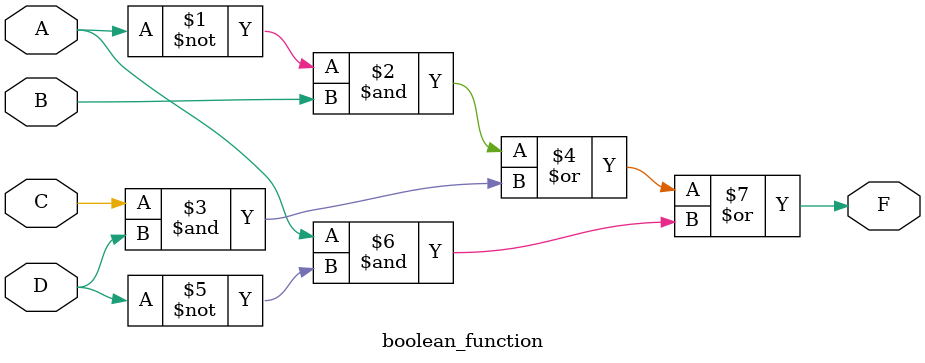
<source format=v>
module boolean_function (
    input  wire A,
    input  wire B,
    input  wire C,
    input  wire D,
    output wire F
);

assign F = (~A & B) | (C & D) | (A & ~D);

endmodule
</source>
